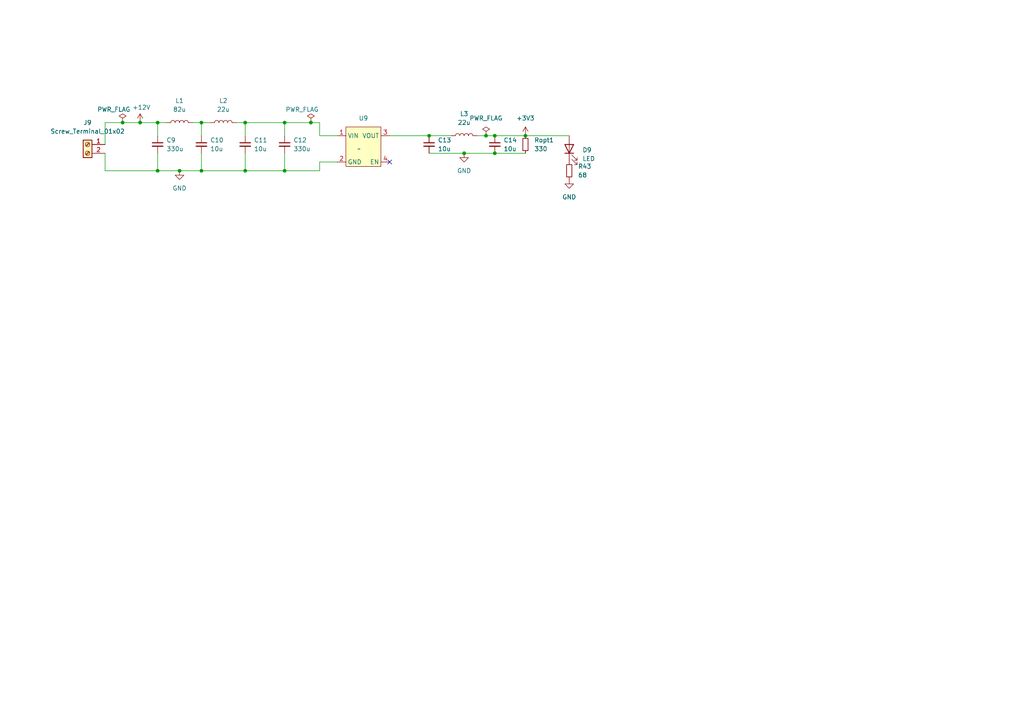
<source format=kicad_sch>
(kicad_sch (version 20230121) (generator eeschema)
  (paper "A4")
  (lib_symbols
    (symbol "Connector:Screw_Terminal_01x02" (pin_names (offset 1.016) hide)
      (property "Reference" "J" (at 0 2.54 0))
      (property "Value" "Screw_Terminal_01x02" (at 0 -5.08 0))
      (symbol "Screw_Terminal_01x02_1_1"
        (rectangle (start -1.27 1.27) (end 1.27 -3.81) (stroke (width 0.254)) (fill (type background)))
        (circle (center 0 -2.54) (radius 0.635) (stroke (width 0.1524)))
        (polyline (pts (xy -0.5334 -2.2098) (xy 0.3302 -3.048)) (stroke (width 0.1524)))
        (polyline (pts (xy -0.5334 0.3302) (xy 0.3302 -0.508)) (stroke (width 0.1524)))
        (polyline (pts (xy -0.3556 -2.032) (xy 0.508 -2.8702)) (stroke (width 0.1524)))
        (polyline (pts (xy -0.3556 0.508) (xy 0.508 -0.3302)) (stroke (width 0.1524)))
        (circle (center 0 0) (radius 0.635) (stroke (width 0.1524)))
        (pin passive line (at -5.08 0 0) (length 3.81) (name "Pin_1") (number "1"))
        (pin passive line (at -5.08 -2.54 0) (length 3.81) (name "Pin_2") (number "2"))
      )
    )
    (symbol "Device:C_Small" (pin_numbers hide) (pin_names (offset 0.254) hide)
      (property "Reference" "C" (at 0.254 1.778 0))
      (property "Value" "C_Small" (at 0.254 -2.032 0))
      (symbol "C_Small_0_1"
        (polyline (pts (xy -1.524 -0.508) (xy 1.524 -0.508)) (stroke (width 0.3302)))
        (polyline (pts (xy -1.524 0.508) (xy 1.524 0.508)) (stroke (width 0.3048)))
      )
      (symbol "C_Small_1_1"
        (pin passive line (at 0 2.54 270) (length 2.032) (name "~") (number "1"))
        (pin passive line (at 0 -2.54 90) (length 2.032) (name "~") (number "2"))
      )
    )
    (symbol "Device:L" (pin_numbers hide) (pin_names (offset 1.016) hide)
      (property "Reference" "L" (at -1.27 0 90))
      (property "Value" "L" (at 1.905 0 90))
      (symbol "L_0_1"
        (arc (start 0 -2.54) (mid 0.6323 -1.905) (end 0 -1.27))
        (arc (start 0 -1.27) (mid 0.6323 -0.635) (end 0 0))
        (arc (start 0 0) (mid 0.6323 0.635) (end 0 1.27))
        (arc (start 0 1.27) (mid 0.6323 1.905) (end 0 2.54))
      )
      (symbol "L_1_1"
        (pin passive line (at 0 3.81 270) (length 1.27) (name "1") (number "1"))
        (pin passive line (at 0 -3.81 90) (length 1.27) (name "2") (number "2"))
      )
    )
    (symbol "Device:LED" (pin_numbers hide) (pin_names (offset 1.016) hide)
      (property "Reference" "D" (at 0 2.54 0))
      (property "Value" "LED" (at 0 -2.54 0))
      (symbol "LED_0_1"
        (polyline (pts (xy -1.27 -1.27) (xy -1.27 1.27)) (stroke (width 0.254)))
        (polyline (pts (xy -1.27 0) (xy 1.27 0)))
        (polyline (pts (xy 1.27 -1.27) (xy 1.27 1.27) (xy -1.27 0) (xy 1.27 -1.27)) (stroke (width 0.254)))
        (polyline (pts (xy -3.048 -0.762) (xy -4.572 -2.286) (xy -3.81 -2.286) (xy -4.572 -2.286) (xy -4.572 -1.524)))
        (polyline (pts (xy -1.778 -0.762) (xy -3.302 -2.286) (xy -2.54 -2.286) (xy -3.302 -2.286) (xy -3.302 -1.524)))
      )
      (symbol "LED_1_1"
        (pin passive line (at -3.81 0 0) (length 2.54) (name "K") (number "1"))
        (pin passive line (at 3.81 0 180) (length 2.54) (name "A") (number "2"))
      )
    )
    (symbol "Device:R_Small" (pin_numbers hide) (pin_names (offset 0.254) hide)
      (property "Reference" "R" (at 0.762 0.508 0))
      (property "Value" "R_Small" (at 0.762 -1.016 0))
      (symbol "R_Small_0_1"
        (rectangle (start -0.762 1.778) (end 0.762 -1.778) (stroke (width 0.2032)))
      )
      (symbol "R_Small_1_1"
        (pin passive line (at 0 2.54 270) (length 0.762) (name "~") (number "1"))
        (pin passive line (at 0 -2.54 90) (length 0.762) (name "~") (number "2"))
      )
    )
    (symbol "devkits:AMSROL-783"
      (property "Reference" "U" (at 0 7.62 0))
      (symbol "AMSROL-783_1_1"
        (rectangle (start -5.08 6.35) (end 5.08 -5.08) (fill (type background)))
        (pin power_in line (at -7.62 3.81 0) (length 2.54) (name "VIN") (number "1"))
        (pin power_in line (at -7.62 -3.81 0) (length 2.54) (name "GND") (number "2"))
        (pin power_out line (at 7.62 3.81 180) (length 2.54) (name "VOUT") (number "3"))
        (pin input line (at 7.62 -3.81 180) (length 2.54) (name "EN") (number "4"))
      )
    )
    (symbol "power:+12V" (power) (pin_names (offset 0))
      (property "Value" "+12V" (at 0 3.556 0))
      (symbol "+12V_0_1"
        (polyline (pts (xy -0.762 1.27) (xy 0 2.54)))
        (polyline (pts (xy 0 0) (xy 0 2.54)))
        (polyline (pts (xy 0 2.54) (xy 0.762 1.27)))
      )
      (symbol "+12V_1_1"
        (pin power_in line (at 0 0 90) (length 0) hide (name "+12V") (number "1"))
      )
    )
    (symbol "power:+3V3" (power) (pin_names (offset 0))
      (property "Value" "+3V3" (at 0 3.556 0))
      (symbol "+3V3_0_1"
        (polyline (pts (xy -0.762 1.27) (xy 0 2.54)))
        (polyline (pts (xy 0 0) (xy 0 2.54)))
        (polyline (pts (xy 0 2.54) (xy 0.762 1.27)))
      )
      (symbol "+3V3_1_1"
        (pin power_in line (at 0 0 90) (length 0) hide (name "+3V3") (number "1"))
      )
    )
    (symbol "power:GND" (power) (pin_names (offset 0))
      (property "Value" "GND" (at 0 -3.81 0))
      (symbol "GND_0_1"
        (polyline (pts (xy 0 0) (xy 0 -1.27) (xy 1.27 -1.27) (xy 0 -2.54) (xy -1.27 -1.27) (xy 0 -1.27)))
      )
      (symbol "GND_1_1"
        (pin power_in line (at 0 0 270) (length 0) hide (name "GND") (number "1"))
      )
    )
    (symbol "power:PWR_FLAG" (power) (pin_numbers hide) (pin_names (offset 0) hide)
      (property "Value" "PWR_FLAG" (at 0 3.81 0))
      (symbol "PWR_FLAG_0_0"
        (pin power_out line (at 0 0 90) (length 0) (name "pwr") (number "1"))
      )
      (symbol "PWR_FLAG_0_1"
        (polyline (pts (xy 0 0) (xy 0 1.27) (xy -1.016 1.905) (xy 0 2.54) (xy 1.016 1.905) (xy 0 1.27)))
      )
    )
  )
  (junction (at 40.64 35.56))
  (junction (at 82.55 49.53))
  (junction (at 35.56 35.56))
  (junction (at 45.72 49.53))
  (junction (at 143.51 39.37))
  (junction (at 71.12 35.56))
  (junction (at 134.62 44.45))
  (junction (at 90.17 35.56))
  (junction (at 152.4 39.37))
  (junction (at 124.46 39.37))
  (junction (at 58.42 35.56))
  (junction (at 143.51 44.45))
  (junction (at 45.72 35.56))
  (junction (at 140.97 39.37))
  (junction (at 82.55 35.56))
  (junction (at 58.42 49.53))
  (junction (at 52.07 49.53))
  (junction (at 71.12 49.53))
  (no_connect (at 113.03 46.99))
  (wire (pts (xy 152.4 39.37) (xy 165.1 39.37)))
  (wire (pts (xy 82.55 35.56) (xy 82.55 39.37)))
  (wire (pts (xy 58.42 35.56) (xy 55.88 35.56)))
  (wire (pts (xy 90.17 35.56) (xy 82.55 35.56)))
  (wire (pts (xy 143.51 39.37) (xy 152.4 39.37)))
  (wire (pts (xy 92.71 49.53) (xy 92.71 46.99)))
  (wire (pts (xy 143.51 44.45) (xy 152.4 44.45)))
  (wire (pts (xy 97.79 39.37) (xy 92.71 39.37)))
  (wire (pts (xy 71.12 35.56) (xy 82.55 35.56)))
  (wire (pts (xy 30.48 49.53) (xy 45.72 49.53)))
  (wire (pts (xy 58.42 39.37) (xy 58.42 35.56)))
  (wire (pts (xy 92.71 35.56) (xy 90.17 35.56)))
  (wire (pts (xy 124.46 44.45) (xy 134.62 44.45)))
  (wire (pts (xy 58.42 49.53) (xy 71.12 49.53)))
  (wire (pts (xy 68.58 35.56) (xy 71.12 35.56)))
  (wire (pts (xy 71.12 35.56) (xy 71.12 39.37)))
  (wire (pts (xy 82.55 44.45) (xy 82.55 49.53)))
  (wire (pts (xy 71.12 44.45) (xy 71.12 49.53)))
  (wire (pts (xy 138.43 39.37) (xy 140.97 39.37)))
  (wire (pts (xy 58.42 35.56) (xy 60.96 35.56)))
  (wire (pts (xy 113.03 39.37) (xy 124.46 39.37)))
  (wire (pts (xy 82.55 49.53) (xy 71.12 49.53)))
  (wire (pts (xy 45.72 44.45) (xy 45.72 49.53)))
  (wire (pts (xy 30.48 44.45) (xy 30.48 49.53)))
  (wire (pts (xy 92.71 39.37) (xy 92.71 35.56)))
  (wire (pts (xy 40.64 35.56) (xy 45.72 35.56)))
  (wire (pts (xy 45.72 39.37) (xy 45.72 35.56)))
  (wire (pts (xy 124.46 39.37) (xy 130.81 39.37)))
  (wire (pts (xy 35.56 35.56) (xy 40.64 35.56)))
  (wire (pts (xy 58.42 44.45) (xy 58.42 49.53)))
  (wire (pts (xy 134.62 44.45) (xy 143.51 44.45)))
  (wire (pts (xy 45.72 35.56) (xy 48.26 35.56)))
  (wire (pts (xy 30.48 41.91) (xy 30.48 35.56)))
  (wire (pts (xy 82.55 49.53) (xy 92.71 49.53)))
  (wire (pts (xy 30.48 35.56) (xy 35.56 35.56)))
  (wire (pts (xy 45.72 49.53) (xy 52.07 49.53)))
  (wire (pts (xy 52.07 49.53) (xy 58.42 49.53)))
  (wire (pts (xy 140.97 39.37) (xy 143.51 39.37)))
  (wire (pts (xy 97.79 46.99) (xy 92.71 46.99)))
  (symbol (lib_id "power:+12V") (at 40.64 35.56 0) (unit 1)
    (property "Reference" "#PWR01" (effects hide))
    (property "Value" "+12V" (at 41.021 31.1658 0))
  )
  (symbol (lib_id "power:PWR_FLAG") (at 35.56 35.56 0) (unit 1)
    (property "Reference" "#FLG01" (effects hide))
    (property "Value" "PWR_FLAG" (at 33.02 31.75 0))
  )
  (symbol (lib_id "Device:LED") (at 165.1 43.18 90) (unit 1)
    (property "Reference" "D9" (at 168.91 43.4975 90) (effects (justify right)))
    (property "Value" "LED" (at 168.91 46.0375 90) (effects (justify right)))
    (property "Footprint" "LED_SMD:LED_PLCC-2_3x2mm_KA" (effects hide))
  )
  (symbol (lib_id "Device:C_Small") (at 58.42 41.91 0) (unit 1)
    (property "Reference" "C10" (at 60.96 40.6462 0) (effects (justify left)))
    (property "Value" "10u" (at 60.96 43.1862 0) (effects (justify left)))
    (property "Footprint" "Capacitor_THT:CP_Radial_D5.0mm_P2.50mm" (effects hide))
  )
  (symbol (lib_id "Device:C_Small") (at 143.51 41.91 0) (unit 1)
    (property "Reference" "C14" (at 146.05 40.6462 0) (effects (justify left)))
    (property "Value" "10u" (at 146.05 43.1862 0) (effects (justify left)))
    (property "Footprint" "Capacitor_THT:CP_Radial_D5.0mm_P2.50mm" (effects hide))
  )
  (symbol (lib_id "power:PWR_FLAG") (at 140.97 39.37 0) (unit 1)
    (property "Reference" "#FLG05" (effects hide))
    (property "Value" "PWR_FLAG" (at 140.97 34.29 0))
  )
  (symbol (lib_id "Device:L") (at 134.62 39.37 90) (unit 1)
    (property "Reference" "L3" (at 134.62 33.02 90))
    (property "Value" "22u" (at 134.62 35.56 90))
    (property "Footprint" "Inductor_THT:L_Radial_D7.0mm_P3.00mm" (effects hide))
  )
  (symbol (lib_id "power:PWR_FLAG") (at 90.17 35.56 0) (unit 1)
    (property "Reference" "#FLG03" (effects hide))
    (property "Value" "PWR_FLAG" (at 87.63 31.75 0))
  )
  (symbol (lib_id "power:+3V3") (at 152.4 39.37 0) (unit 1)
    (property "Reference" "#PWR039" (effects hide))
    (property "Value" "+3V3" (at 152.4 34.29 0))
  )
  (symbol (lib_id "Device:C_Small") (at 71.12 41.91 0) (unit 1)
    (property "Reference" "C11" (at 73.66 40.6462 0) (effects (justify left)))
    (property "Value" "10u" (at 73.66 43.1862 0) (effects (justify left)))
    (property "Footprint" "Capacitor_THT:CP_Radial_D5.0mm_P2.50mm" (effects hide))
  )
  (symbol (lib_id "Device:C_Small") (at 124.46 41.91 0) (unit 1)
    (property "Reference" "C13" (at 127 40.6462 0) (effects (justify left)))
    (property "Value" "10u" (at 127 43.1862 0) (effects (justify left)))
    (property "Footprint" "Capacitor_THT:CP_Radial_D5.0mm_P2.50mm" (effects hide))
  )
  (symbol (lib_id "power:GND") (at 134.62 44.45 0) (unit 1)
    (property "Reference" "#PWR042" (effects hide))
    (property "Value" "GND" (at 134.62 49.53 0))
  )
  (symbol (lib_id "devkits:AMSROL-783") (at 105.41 43.18 0) (unit 1)
    (property "Reference" "U9" (at 105.41 34.29 0))
    (property "Value" "~" (at 104.14 43.18 0))
    (property "Footprint" "devkits:AMSROL-783" (effects hide))
  )
  (symbol (lib_id "Device:R_Small") (at 165.1 49.53 0) (unit 1)
    (property "Reference" "R43" (at 167.64 48.26 0) (effects (justify left)))
    (property "Value" "68" (at 167.64 50.8 0) (effects (justify left)))
    (property "Footprint" "Resistor_SMD:R_0805_2012Metric_Pad1.20x1.40mm_HandSolder" (effects hide))
  )
  (symbol (lib_id "power:GND") (at 165.1 52.07 0) (unit 1)
    (property "Reference" "#PWR056" (effects hide))
    (property "Value" "GND" (at 165.1 57.15 0))
  )
  (symbol (lib_id "Connector:Screw_Terminal_01x02") (at 25.4 41.91 0) (mirror y) (unit 1)
    (property "Reference" "J9" (at 25.4 35.56 0))
    (property "Value" "Screw_Terminal_01x02" (at 25.4 38.1 0))
    (property "Footprint" "Connector_Phoenix_MSTB:PhoenixContact_MSTBA_2,5_2-G_1x02_P5.00mm_Horizontal" (effects hide))
  )
  (symbol (lib_id "power:GND") (at 52.07 49.53 0) (unit 1)
    (property "Reference" "#PWR043" (effects hide))
    (property "Value" "GND" (at 52.07 54.61 0))
  )
  (symbol (lib_id "Device:C_Small") (at 45.72 41.91 0) (unit 1)
    (property "Reference" "C9" (at 48.26 40.6462 0) (effects (justify left)))
    (property "Value" "330u" (at 48.26 43.1862 0) (effects (justify left)))
    (property "Footprint" "Capacitor_THT:CP_Radial_D8.0mm_P3.50mm" (effects hide))
  )
  (symbol (lib_id "Device:C_Small") (at 82.55 41.91 0) (unit 1)
    (property "Reference" "C12" (at 85.09 40.6462 0) (effects (justify left)))
    (property "Value" "330u" (at 85.09 43.1862 0) (effects (justify left)))
    (property "Footprint" "Capacitor_THT:CP_Radial_D8.0mm_P3.50mm" (effects hide))
  )
  (symbol (lib_id "Device:R_Small") (at 152.4 41.91 0) (unit 1)
    (property "Reference" "Ropt1" (at 154.94 40.64 0) (effects (justify left)))
    (property "Value" "330" (at 154.94 43.18 0) (effects (justify left)))
    (property "Footprint" "Resistor_SMD:R_0805_2012Metric_Pad1.20x1.40mm_HandSolder" (effects hide))
  )
  (symbol (lib_id "Device:L") (at 52.07 35.56 90) (unit 1)
    (property "Reference" "L1" (at 52.07 29.21 90))
    (property "Value" "82u" (at 52.07 31.75 90))
    (property "Footprint" "Inductor_THT:L_Radial_D7.0mm_P3.00mm" (effects hide))
  )
  (symbol (lib_id "Device:L") (at 64.77 35.56 90) (unit 1)
    (property "Reference" "L2" (at 64.77 29.21 90))
    (property "Value" "22u" (at 64.77 31.75 90))
    (property "Footprint" "Inductor_THT:L_Radial_D7.0mm_P3.00mm" (effects hide))
  )
)
</source>
